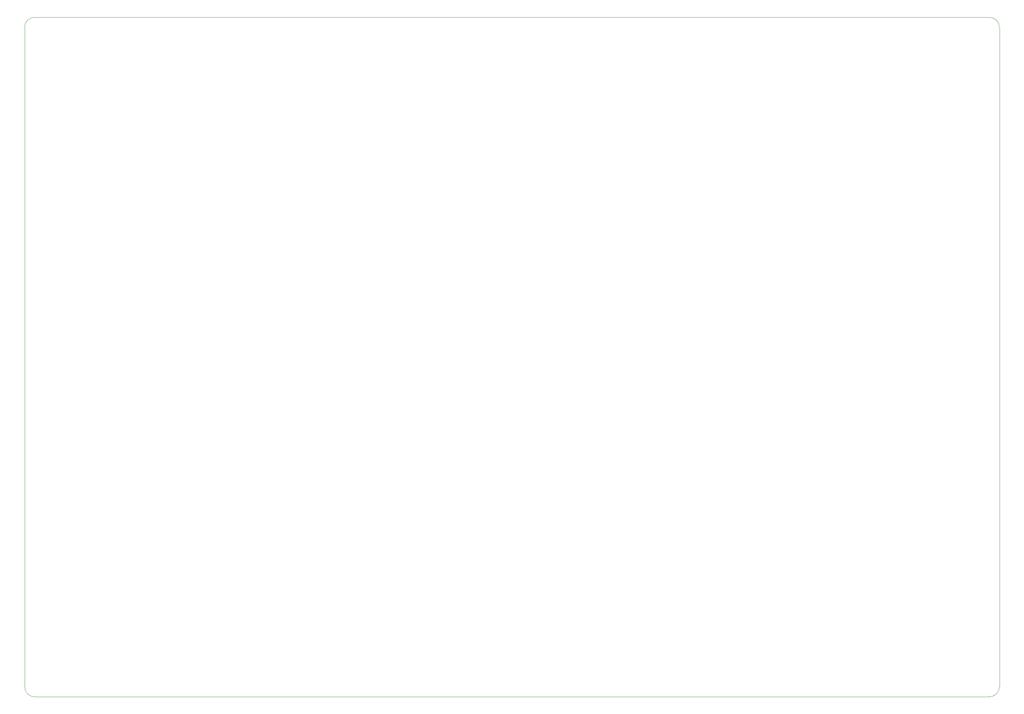
<source format=gbr>
%TF.GenerationSoftware,KiCad,Pcbnew,7.0.2*%
%TF.CreationDate,2024-04-17T02:01:12+08:00*%
%TF.ProjectId,HEC1,48454331-2e6b-4696-9361-645f70636258,rev?*%
%TF.SameCoordinates,Original*%
%TF.FileFunction,Profile,NP*%
%FSLAX46Y46*%
G04 Gerber Fmt 4.6, Leading zero omitted, Abs format (unit mm)*
G04 Created by KiCad (PCBNEW 7.0.2) date 2024-04-17 02:01:12*
%MOMM*%
%LPD*%
G01*
G04 APERTURE LIST*
%TA.AperFunction,Profile*%
%ADD10C,0.100000*%
%TD*%
G04 APERTURE END LIST*
D10*
X34290000Y-193040000D02*
X34290000Y-27940000D01*
X275590000Y-195580000D02*
G75*
G03*
X278130000Y-193040000I0J2540000D01*
G01*
X278130000Y-27940000D02*
G75*
G03*
X275590000Y-25400000I-2540000J0D01*
G01*
X34290000Y-193040000D02*
G75*
G03*
X36830000Y-195580000I2540000J0D01*
G01*
X36830000Y-25400000D02*
X275590000Y-25400000D01*
X36830000Y-25400000D02*
G75*
G03*
X34290000Y-27940000I0J-2540000D01*
G01*
X278130000Y-193040000D02*
X278130000Y-27940000D01*
X275590000Y-195580000D02*
X36830000Y-195580000D01*
M02*

</source>
